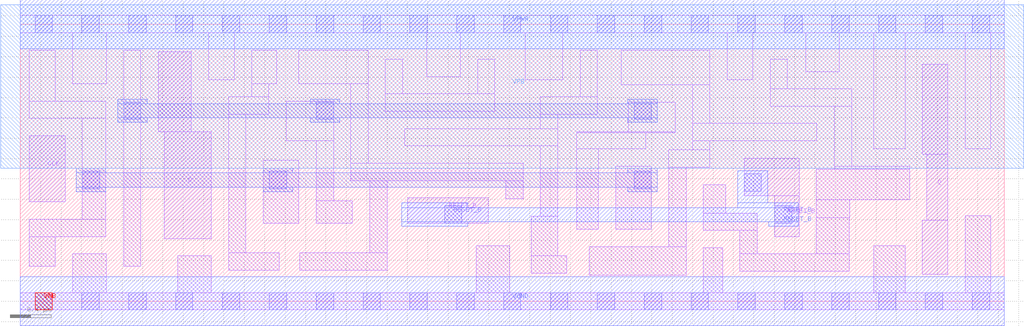
<source format=lef>
# Copyright 2020 The SkyWater PDK Authors
#
# Licensed under the Apache License, Version 2.0 (the "License");
# you may not use this file except in compliance with the License.
# You may obtain a copy of the License at
#
#     https://www.apache.org/licenses/LICENSE-2.0
#
# Unless required by applicable law or agreed to in writing, software
# distributed under the License is distributed on an "AS IS" BASIS,
# WITHOUT WARRANTIES OR CONDITIONS OF ANY KIND, either express or implied.
# See the License for the specific language governing permissions and
# limitations under the License.
#
# SPDX-License-Identifier: Apache-2.0

VERSION 5.7 ;
  NOWIREEXTENSIONATPIN ON ;
  DIVIDERCHAR "/" ;
  BUSBITCHARS "[]" ;
MACRO sky130_fd_sc_hd__dfrtp_2
  CLASS CORE ;
  FOREIGN sky130_fd_sc_hd__dfrtp_2 ;
  ORIGIN  0.000000  0.000000 ;
  SIZE  9.660000 BY  2.720000 ;
  SYMMETRY X Y R90 ;
  SITE unithd ;
  PIN D
    ANTENNAGATEAREA  0.126000 ;
    DIRECTION INPUT ;
    USE SIGNAL ;
    PORT
      LAYER li1 ;
        RECT 1.355000 1.665000 1.680000 2.450000 ;
        RECT 1.415000 0.615000 1.875000 1.665000 ;
    END
  END D
  PIN Q
    ANTENNADIFFAREA  0.445500 ;
    DIRECTION OUTPUT ;
    USE SIGNAL ;
    PORT
      LAYER li1 ;
        RECT 8.855000 0.265000 9.105000 0.795000 ;
        RECT 8.855000 1.445000 9.105000 2.325000 ;
        RECT 8.900000 0.795000 9.105000 1.445000 ;
    END
  END Q
  PIN RESET_B
    ANTENNAGATEAREA  0.252000 ;
    DIRECTION INPUT ;
    USE SIGNAL ;
    PORT
      LAYER li1 ;
        RECT 3.805000 0.765000 4.595000 1.015000 ;
      LAYER mcon ;
        RECT 4.165000 0.765000 4.335000 0.935000 ;
    END
    PORT
      LAYER li1 ;
        RECT 7.105000 1.035000 7.645000 1.405000 ;
        RECT 7.405000 0.635000 7.645000 1.035000 ;
      LAYER mcon ;
        RECT 7.105000 1.080000 7.275000 1.250000 ;
        RECT 7.405000 0.765000 7.575000 0.935000 ;
    END
    PORT
      LAYER met1 ;
        RECT 3.745000 0.735000 4.395000 0.780000 ;
        RECT 3.745000 0.780000 7.635000 0.920000 ;
        RECT 3.745000 0.920000 4.395000 0.965000 ;
        RECT 7.045000 0.920000 7.635000 0.965000 ;
        RECT 7.045000 0.965000 7.335000 1.280000 ;
        RECT 7.345000 0.735000 7.635000 0.780000 ;
    END
  END RESET_B
  PIN CLK
    ANTENNAGATEAREA  0.159000 ;
    DIRECTION INPUT ;
    USE CLOCK ;
    PORT
      LAYER li1 ;
        RECT 0.090000 0.975000 0.440000 1.625000 ;
    END
  END CLK
  PIN VGND
    DIRECTION INOUT ;
    SHAPE ABUTMENT ;
    USE GROUND ;
    PORT
      LAYER met1 ;
        RECT 0.000000 -0.240000 9.660000 0.240000 ;
    END
  END VGND
  PIN VNB
    DIRECTION INOUT ;
    USE GROUND ;
    PORT
      LAYER pwell ;
        RECT 0.145000 -0.085000 0.315000 0.085000 ;
    END
  END VNB
  PIN VPB
    DIRECTION INOUT ;
    USE POWER ;
    PORT
      LAYER nwell ;
        RECT -0.190000 1.305000 9.850000 2.910000 ;
    END
  END VPB
  PIN VPWR
    DIRECTION INOUT ;
    SHAPE ABUTMENT ;
    USE POWER ;
    PORT
      LAYER met1 ;
        RECT 0.000000 2.480000 9.660000 2.960000 ;
    END
  END VPWR
  OBS
    LAYER li1 ;
      RECT 0.000000 -0.085000 9.660000 0.085000 ;
      RECT 0.000000  2.635000 9.660000 2.805000 ;
      RECT 0.090000  0.345000 0.345000 0.635000 ;
      RECT 0.090000  0.635000 0.840000 0.805000 ;
      RECT 0.090000  1.795000 0.840000 1.965000 ;
      RECT 0.090000  1.965000 0.345000 2.465000 ;
      RECT 0.515000  0.085000 0.845000 0.465000 ;
      RECT 0.515000  2.135000 0.845000 2.635000 ;
      RECT 0.610000  0.805000 0.840000 1.795000 ;
      RECT 1.015000  0.345000 1.185000 2.465000 ;
      RECT 1.545000  0.085000 1.875000 0.445000 ;
      RECT 1.850000  2.175000 2.100000 2.635000 ;
      RECT 2.045000  0.305000 2.540000 0.475000 ;
      RECT 2.045000  0.475000 2.215000 1.835000 ;
      RECT 2.045000  1.835000 2.440000 2.005000 ;
      RECT 2.270000  2.005000 2.440000 2.135000 ;
      RECT 2.270000  2.135000 2.520000 2.465000 ;
      RECT 2.385000  0.765000 2.735000 1.385000 ;
      RECT 2.610000  1.575000 3.075000 1.965000 ;
      RECT 2.735000  2.135000 3.415000 2.465000 ;
      RECT 2.745000  0.305000 3.600000 0.475000 ;
      RECT 2.905000  0.765000 3.260000 0.985000 ;
      RECT 2.905000  0.985000 3.075000 1.575000 ;
      RECT 3.245000  1.185000 4.935000 1.355000 ;
      RECT 3.245000  1.355000 3.415000 2.135000 ;
      RECT 3.430000  0.475000 3.600000 1.185000 ;
      RECT 3.585000  1.865000 4.660000 2.035000 ;
      RECT 3.585000  2.035000 3.755000 2.375000 ;
      RECT 3.775000  1.525000 5.275000 1.695000 ;
      RECT 3.990000  2.205000 4.320000 2.635000 ;
      RECT 4.475000  0.085000 4.805000 0.545000 ;
      RECT 4.490000  2.035000 4.660000 2.375000 ;
      RECT 4.765000  1.005000 4.935000 1.185000 ;
      RECT 4.955000  2.175000 5.325000 2.635000 ;
      RECT 5.015000  0.275000 5.365000 0.445000 ;
      RECT 5.015000  0.445000 5.275000 0.835000 ;
      RECT 5.105000  0.835000 5.275000 1.525000 ;
      RECT 5.105000  1.695000 5.275000 1.835000 ;
      RECT 5.105000  1.835000 5.665000 2.005000 ;
      RECT 5.465000  0.705000 5.675000 1.495000 ;
      RECT 5.465000  1.495000 6.140000 1.655000 ;
      RECT 5.465000  1.655000 6.430000 1.665000 ;
      RECT 5.495000  2.005000 5.665000 2.465000 ;
      RECT 5.585000  0.255000 6.535000 0.535000 ;
      RECT 5.845000  0.705000 6.195000 1.325000 ;
      RECT 5.900000  2.125000 6.770000 2.465000 ;
      RECT 5.970000  1.665000 6.430000 1.955000 ;
      RECT 6.365000  0.535000 6.535000 1.315000 ;
      RECT 6.365000  1.315000 6.770000 1.485000 ;
      RECT 6.600000  1.485000 6.770000 1.575000 ;
      RECT 6.600000  1.575000 7.820000 1.745000 ;
      RECT 6.600000  1.745000 6.770000 2.125000 ;
      RECT 6.705000  0.085000 6.895000 0.525000 ;
      RECT 6.705000  0.695000 7.235000 0.865000 ;
      RECT 6.705000  0.865000 6.925000 1.145000 ;
      RECT 6.940000  2.175000 7.190000 2.635000 ;
      RECT 7.065000  0.295000 8.135000 0.465000 ;
      RECT 7.065000  0.465000 7.235000 0.695000 ;
      RECT 7.360000  1.915000 8.160000 2.085000 ;
      RECT 7.360000  2.085000 7.530000 2.375000 ;
      RECT 7.710000  2.255000 8.040000 2.635000 ;
      RECT 7.815000  0.465000 8.135000 0.820000 ;
      RECT 7.815000  0.820000 8.140000 0.995000 ;
      RECT 7.815000  0.995000 8.730000 1.295000 ;
      RECT 7.990000  1.295000 8.730000 1.325000 ;
      RECT 7.990000  1.325000 8.160000 1.915000 ;
      RECT 8.380000  0.085000 8.685000 0.545000 ;
      RECT 8.380000  1.495000 8.685000 2.635000 ;
      RECT 9.275000  0.085000 9.525000 0.840000 ;
      RECT 9.275000  1.495000 9.525000 2.635000 ;
    LAYER mcon ;
      RECT 0.145000 -0.085000 0.315000 0.085000 ;
      RECT 0.145000  2.635000 0.315000 2.805000 ;
      RECT 0.605000 -0.085000 0.775000 0.085000 ;
      RECT 0.605000  2.635000 0.775000 2.805000 ;
      RECT 0.610000  1.105000 0.780000 1.275000 ;
      RECT 1.015000  1.785000 1.185000 1.955000 ;
      RECT 1.065000 -0.085000 1.235000 0.085000 ;
      RECT 1.065000  2.635000 1.235000 2.805000 ;
      RECT 1.525000 -0.085000 1.695000 0.085000 ;
      RECT 1.525000  2.635000 1.695000 2.805000 ;
      RECT 1.985000 -0.085000 2.155000 0.085000 ;
      RECT 1.985000  2.635000 2.155000 2.805000 ;
      RECT 2.445000 -0.085000 2.615000 0.085000 ;
      RECT 2.445000  1.105000 2.615000 1.275000 ;
      RECT 2.445000  2.635000 2.615000 2.805000 ;
      RECT 2.905000 -0.085000 3.075000 0.085000 ;
      RECT 2.905000  1.785000 3.075000 1.955000 ;
      RECT 2.905000  2.635000 3.075000 2.805000 ;
      RECT 3.365000 -0.085000 3.535000 0.085000 ;
      RECT 3.365000  2.635000 3.535000 2.805000 ;
      RECT 3.825000 -0.085000 3.995000 0.085000 ;
      RECT 3.825000  2.635000 3.995000 2.805000 ;
      RECT 4.285000 -0.085000 4.455000 0.085000 ;
      RECT 4.285000  2.635000 4.455000 2.805000 ;
      RECT 4.745000 -0.085000 4.915000 0.085000 ;
      RECT 4.745000  2.635000 4.915000 2.805000 ;
      RECT 5.205000 -0.085000 5.375000 0.085000 ;
      RECT 5.205000  2.635000 5.375000 2.805000 ;
      RECT 5.665000 -0.085000 5.835000 0.085000 ;
      RECT 5.665000  2.635000 5.835000 2.805000 ;
      RECT 6.025000  1.105000 6.195000 1.275000 ;
      RECT 6.025000  1.785000 6.195000 1.955000 ;
      RECT 6.125000 -0.085000 6.295000 0.085000 ;
      RECT 6.125000  2.635000 6.295000 2.805000 ;
      RECT 6.585000 -0.085000 6.755000 0.085000 ;
      RECT 6.585000  2.635000 6.755000 2.805000 ;
      RECT 7.045000 -0.085000 7.215000 0.085000 ;
      RECT 7.045000  2.635000 7.215000 2.805000 ;
      RECT 7.505000 -0.085000 7.675000 0.085000 ;
      RECT 7.505000  2.635000 7.675000 2.805000 ;
      RECT 7.965000 -0.085000 8.135000 0.085000 ;
      RECT 7.965000  2.635000 8.135000 2.805000 ;
      RECT 8.425000 -0.085000 8.595000 0.085000 ;
      RECT 8.425000  2.635000 8.595000 2.805000 ;
      RECT 8.885000 -0.085000 9.055000 0.085000 ;
      RECT 8.885000  2.635000 9.055000 2.805000 ;
      RECT 9.345000 -0.085000 9.515000 0.085000 ;
      RECT 9.345000  2.635000 9.515000 2.805000 ;
    LAYER met1 ;
      RECT 0.550000 1.075000 0.840000 1.120000 ;
      RECT 0.550000 1.120000 6.255000 1.260000 ;
      RECT 0.550000 1.260000 0.840000 1.305000 ;
      RECT 0.955000 1.755000 1.245000 1.800000 ;
      RECT 0.955000 1.800000 6.255000 1.940000 ;
      RECT 0.955000 1.940000 1.245000 1.985000 ;
      RECT 2.385000 1.075000 2.675000 1.120000 ;
      RECT 2.385000 1.260000 2.675000 1.305000 ;
      RECT 2.845000 1.755000 3.135000 1.800000 ;
      RECT 2.845000 1.940000 3.135000 1.985000 ;
      RECT 5.965000 1.075000 6.255000 1.120000 ;
      RECT 5.965000 1.260000 6.255000 1.305000 ;
      RECT 5.965000 1.755000 6.255000 1.800000 ;
      RECT 5.965000 1.940000 6.255000 1.985000 ;
  END
END sky130_fd_sc_hd__dfrtp_2
END LIBRARY

</source>
